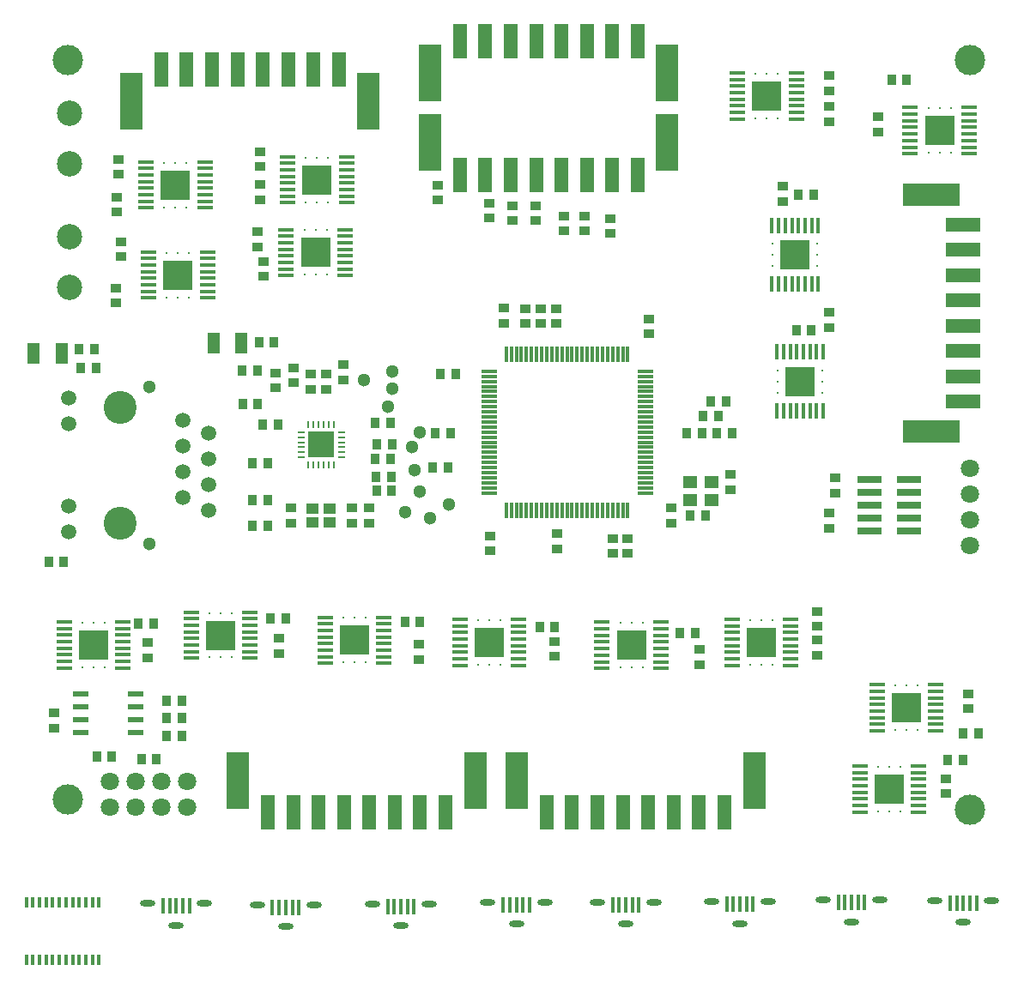
<source format=gts>
G04 #@! TF.GenerationSoftware,KiCad,Pcbnew,5.1.5-52549c5~86~ubuntu18.04.1*
G04 #@! TF.CreationDate,2020-12-28T20:35:26-08:00*
G04 #@! TF.ProjectId,GAMTP_rev02,47414d54-505f-4726-9576-30322e6b6963,rev?*
G04 #@! TF.SameCoordinates,Original*
G04 #@! TF.FileFunction,Soldermask,Top*
G04 #@! TF.FilePolarity,Negative*
%FSLAX46Y46*%
G04 Gerber Fmt 4.6, Leading zero omitted, Abs format (unit mm)*
G04 Created by KiCad (PCBNEW 5.1.5-52549c5~86~ubuntu18.04.1) date 2020-12-28 20:35:26*
%MOMM*%
%LPD*%
G04 APERTURE LIST*
%ADD10O,1.500000X0.600000*%
%ADD11R,0.450000X1.500000*%
%ADD12C,0.300000*%
%ADD13R,1.500000X0.450000*%
%ADD14R,3.000000X3.000000*%
%ADD15C,1.300000*%
%ADD16C,3.000000*%
%ADD17R,0.899160X1.000760*%
%ADD18R,1.000760X0.899160*%
%ADD19R,2.499360X2.499360*%
%ADD20O,0.800100X0.248920*%
%ADD21O,0.248920X0.800100*%
%ADD22C,1.500000*%
%ADD23C,3.250000*%
%ADD24R,1.400000X1.200000*%
%ADD25R,1.200000X1.100000*%
%ADD26C,2.500000*%
%ADD27R,0.900000X1.000000*%
%ADD28R,1.000000X0.900000*%
%ADD29C,1.800000*%
%ADD30R,1.500000X0.300000*%
%ADD31R,0.300000X1.500000*%
%ADD32R,1.550000X0.600000*%
%ADD33R,1.250000X2.000000*%
%ADD34R,1.400000X3.400000*%
%ADD35R,2.300000X5.600000*%
%ADD36R,3.400000X1.400000*%
%ADD37R,5.600000X2.300000*%
%ADD38R,2.400000X0.760000*%
%ADD39R,0.400000X1.100000*%
G04 APERTURE END LIST*
D10*
X99900000Y-141300000D03*
D11*
X102700000Y-141550000D03*
X101400000Y-141550000D03*
X102050000Y-141550000D03*
X104000000Y-141550000D03*
X103350000Y-141550000D03*
D10*
X105500000Y-141300000D03*
X102700000Y-143450000D03*
X177550000Y-141000000D03*
D11*
X180350000Y-141250000D03*
X179050000Y-141250000D03*
X179700000Y-141250000D03*
X181650000Y-141250000D03*
X181000000Y-141250000D03*
D10*
X183150000Y-141000000D03*
X180350000Y-143150000D03*
X110700000Y-141400000D03*
D11*
X113500000Y-141650000D03*
X112200000Y-141650000D03*
X112850000Y-141650000D03*
X114800000Y-141650000D03*
X114150000Y-141650000D03*
D10*
X116300000Y-141400000D03*
X113500000Y-143550000D03*
X166500000Y-140950000D03*
D11*
X169300000Y-141200000D03*
X168000000Y-141200000D03*
X168650000Y-141200000D03*
X170600000Y-141200000D03*
X169950000Y-141200000D03*
D10*
X172100000Y-140950000D03*
X169300000Y-143100000D03*
X122050000Y-141350000D03*
D11*
X124850000Y-141600000D03*
X123550000Y-141600000D03*
X124200000Y-141600000D03*
X126150000Y-141600000D03*
X125500000Y-141600000D03*
D10*
X127650000Y-141350000D03*
X124850000Y-143500000D03*
X155500000Y-141100000D03*
D11*
X158300000Y-141350000D03*
X157000000Y-141350000D03*
X157650000Y-141350000D03*
X159600000Y-141350000D03*
X158950000Y-141350000D03*
D10*
X161100000Y-141100000D03*
X158300000Y-143250000D03*
X133450000Y-141150000D03*
D11*
X136250000Y-141400000D03*
X134950000Y-141400000D03*
X135600000Y-141400000D03*
X137550000Y-141400000D03*
X136900000Y-141400000D03*
D10*
X139050000Y-141150000D03*
X136250000Y-143300000D03*
X144250000Y-141150000D03*
D11*
X147050000Y-141400000D03*
X145750000Y-141400000D03*
X146400000Y-141400000D03*
X148350000Y-141400000D03*
X147700000Y-141400000D03*
D10*
X149850000Y-141150000D03*
X147050000Y-143300000D03*
D12*
X117686000Y-69850000D03*
X115486000Y-69850000D03*
X116586000Y-69850000D03*
D13*
X119486000Y-71475000D03*
X119486000Y-72125000D03*
X119486000Y-70825000D03*
X119486000Y-70175000D03*
X119486000Y-67575000D03*
X119486000Y-68225000D03*
X119486000Y-69525000D03*
X119486000Y-68875000D03*
X113686000Y-68875000D03*
X113686000Y-69525000D03*
X113686000Y-68225000D03*
X113686000Y-67575000D03*
X113686000Y-70175000D03*
X113686000Y-70825000D03*
X113686000Y-72125000D03*
X113686000Y-71475000D03*
D12*
X116586000Y-70950000D03*
X115486000Y-70950000D03*
X117686000Y-70950000D03*
X117686000Y-68750000D03*
X115486000Y-68750000D03*
X116586000Y-68750000D03*
X116586000Y-67650000D03*
X115486000Y-67650000D03*
X117686000Y-67650000D03*
X117686000Y-72050000D03*
X115486000Y-72050000D03*
X116586000Y-72050000D03*
D14*
X116586000Y-69850000D03*
D12*
X103970000Y-79248000D03*
X101770000Y-79248000D03*
X102870000Y-79248000D03*
D13*
X105770000Y-80873000D03*
X105770000Y-81523000D03*
X105770000Y-80223000D03*
X105770000Y-79573000D03*
X105770000Y-76973000D03*
X105770000Y-77623000D03*
X105770000Y-78923000D03*
X105770000Y-78273000D03*
X99970000Y-78273000D03*
X99970000Y-78923000D03*
X99970000Y-77623000D03*
X99970000Y-76973000D03*
X99970000Y-79573000D03*
X99970000Y-80223000D03*
X99970000Y-81523000D03*
X99970000Y-80873000D03*
D12*
X102870000Y-80348000D03*
X101770000Y-80348000D03*
X103970000Y-80348000D03*
X103970000Y-78148000D03*
X101770000Y-78148000D03*
X102870000Y-78148000D03*
X102870000Y-77048000D03*
X101770000Y-77048000D03*
X103970000Y-77048000D03*
X103970000Y-81448000D03*
X101770000Y-81448000D03*
X102870000Y-81448000D03*
D14*
X102870000Y-79248000D03*
D12*
X117538000Y-77033000D03*
X115338000Y-77033000D03*
X116438000Y-77033000D03*
D13*
X119338000Y-78658000D03*
X119338000Y-79308000D03*
X119338000Y-78008000D03*
X119338000Y-77358000D03*
X119338000Y-74758000D03*
X119338000Y-75408000D03*
X119338000Y-76708000D03*
X119338000Y-76058000D03*
X113538000Y-76058000D03*
X113538000Y-76708000D03*
X113538000Y-75408000D03*
X113538000Y-74758000D03*
X113538000Y-77358000D03*
X113538000Y-78008000D03*
X113538000Y-79308000D03*
X113538000Y-78658000D03*
D12*
X116438000Y-78133000D03*
X115338000Y-78133000D03*
X117538000Y-78133000D03*
X117538000Y-75933000D03*
X115338000Y-75933000D03*
X116438000Y-75933000D03*
X116438000Y-74833000D03*
X115338000Y-74833000D03*
X117538000Y-74833000D03*
X117538000Y-79233000D03*
X115338000Y-79233000D03*
X116438000Y-79233000D03*
D14*
X116438000Y-77033000D03*
D12*
X103716000Y-70358000D03*
X101516000Y-70358000D03*
X102616000Y-70358000D03*
D13*
X105516000Y-71983000D03*
X105516000Y-72633000D03*
X105516000Y-71333000D03*
X105516000Y-70683000D03*
X105516000Y-68083000D03*
X105516000Y-68733000D03*
X105516000Y-70033000D03*
X105516000Y-69383000D03*
X99716000Y-69383000D03*
X99716000Y-70033000D03*
X99716000Y-68733000D03*
X99716000Y-68083000D03*
X99716000Y-70683000D03*
X99716000Y-71333000D03*
X99716000Y-72633000D03*
X99716000Y-71983000D03*
D12*
X102616000Y-71458000D03*
X101516000Y-71458000D03*
X103716000Y-71458000D03*
X103716000Y-69258000D03*
X101516000Y-69258000D03*
X102616000Y-69258000D03*
X102616000Y-68158000D03*
X101516000Y-68158000D03*
X103716000Y-68158000D03*
X103716000Y-72558000D03*
X101516000Y-72558000D03*
X102616000Y-72558000D03*
D14*
X102616000Y-70358000D03*
D12*
X164250000Y-90850000D03*
X164250000Y-88650000D03*
X164250000Y-89750000D03*
D11*
X162625000Y-92650000D03*
X161975000Y-92650000D03*
X163275000Y-92650000D03*
X163925000Y-92650000D03*
X166525000Y-92650000D03*
X165875000Y-92650000D03*
X164575000Y-92650000D03*
X165225000Y-92650000D03*
X165225000Y-86850000D03*
X164575000Y-86850000D03*
X165875000Y-86850000D03*
X166525000Y-86850000D03*
X163925000Y-86850000D03*
X163275000Y-86850000D03*
X161975000Y-86850000D03*
X162625000Y-86850000D03*
D12*
X163150000Y-89750000D03*
X163150000Y-88650000D03*
X163150000Y-90850000D03*
X165350000Y-90850000D03*
X165350000Y-88650000D03*
X165350000Y-89750000D03*
X166450000Y-89750000D03*
X166450000Y-88650000D03*
X166450000Y-90850000D03*
X162050000Y-90850000D03*
X162050000Y-88650000D03*
X162050000Y-89750000D03*
D14*
X164250000Y-89750000D03*
D12*
X163750000Y-78350000D03*
X163750000Y-76150000D03*
X163750000Y-77250000D03*
D11*
X162125000Y-80150000D03*
X161475000Y-80150000D03*
X162775000Y-80150000D03*
X163425000Y-80150000D03*
X166025000Y-80150000D03*
X165375000Y-80150000D03*
X164075000Y-80150000D03*
X164725000Y-80150000D03*
X164725000Y-74350000D03*
X164075000Y-74350000D03*
X165375000Y-74350000D03*
X166025000Y-74350000D03*
X163425000Y-74350000D03*
X162775000Y-74350000D03*
X161475000Y-74350000D03*
X162125000Y-74350000D03*
D12*
X162650000Y-77250000D03*
X162650000Y-76150000D03*
X162650000Y-78350000D03*
X164850000Y-78350000D03*
X164850000Y-76150000D03*
X164850000Y-77250000D03*
X165950000Y-77250000D03*
X165950000Y-76150000D03*
X165950000Y-78350000D03*
X161550000Y-78350000D03*
X161550000Y-76150000D03*
X161550000Y-77250000D03*
D14*
X163750000Y-77250000D03*
D12*
X179100000Y-65000000D03*
X176900000Y-65000000D03*
X178000000Y-65000000D03*
D13*
X180900000Y-66625000D03*
X180900000Y-67275000D03*
X180900000Y-65975000D03*
X180900000Y-65325000D03*
X180900000Y-62725000D03*
X180900000Y-63375000D03*
X180900000Y-64675000D03*
X180900000Y-64025000D03*
X175100000Y-64025000D03*
X175100000Y-64675000D03*
X175100000Y-63375000D03*
X175100000Y-62725000D03*
X175100000Y-65325000D03*
X175100000Y-65975000D03*
X175100000Y-67275000D03*
X175100000Y-66625000D03*
D12*
X178000000Y-66100000D03*
X176900000Y-66100000D03*
X179100000Y-66100000D03*
X179100000Y-63900000D03*
X176900000Y-63900000D03*
X178000000Y-63900000D03*
X178000000Y-62800000D03*
X176900000Y-62800000D03*
X179100000Y-62800000D03*
X179100000Y-67200000D03*
X176900000Y-67200000D03*
X178000000Y-67200000D03*
D14*
X178000000Y-65000000D03*
D12*
X159850000Y-61570000D03*
X162050000Y-61570000D03*
X160950000Y-61570000D03*
D13*
X158050000Y-59945000D03*
X158050000Y-59295000D03*
X158050000Y-60595000D03*
X158050000Y-61245000D03*
X158050000Y-63845000D03*
X158050000Y-63195000D03*
X158050000Y-61895000D03*
X158050000Y-62545000D03*
X163850000Y-62545000D03*
X163850000Y-61895000D03*
X163850000Y-63195000D03*
X163850000Y-63845000D03*
X163850000Y-61245000D03*
X163850000Y-60595000D03*
X163850000Y-59295000D03*
X163850000Y-59945000D03*
D12*
X160950000Y-60470000D03*
X162050000Y-60470000D03*
X159850000Y-60470000D03*
X159850000Y-62670000D03*
X162050000Y-62670000D03*
X160950000Y-62670000D03*
X160950000Y-63770000D03*
X162050000Y-63770000D03*
X159850000Y-63770000D03*
X159850000Y-59370000D03*
X162050000Y-59370000D03*
X160950000Y-59370000D03*
D14*
X160950000Y-61570000D03*
D12*
X146500000Y-115800000D03*
X148700000Y-115800000D03*
X147600000Y-115800000D03*
D13*
X144700000Y-114175000D03*
X144700000Y-113525000D03*
X144700000Y-114825000D03*
X144700000Y-115475000D03*
X144700000Y-118075000D03*
X144700000Y-117425000D03*
X144700000Y-116125000D03*
X144700000Y-116775000D03*
X150500000Y-116775000D03*
X150500000Y-116125000D03*
X150500000Y-117425000D03*
X150500000Y-118075000D03*
X150500000Y-115475000D03*
X150500000Y-114825000D03*
X150500000Y-113525000D03*
X150500000Y-114175000D03*
D12*
X147600000Y-114700000D03*
X148700000Y-114700000D03*
X146500000Y-114700000D03*
X146500000Y-116900000D03*
X148700000Y-116900000D03*
X147600000Y-116900000D03*
X147600000Y-118000000D03*
X148700000Y-118000000D03*
X146500000Y-118000000D03*
X146500000Y-113600000D03*
X148700000Y-113600000D03*
X147600000Y-113600000D03*
D14*
X147600000Y-115800000D03*
D12*
X159300000Y-115500000D03*
X161500000Y-115500000D03*
X160400000Y-115500000D03*
D13*
X157500000Y-113875000D03*
X157500000Y-113225000D03*
X157500000Y-114525000D03*
X157500000Y-115175000D03*
X157500000Y-117775000D03*
X157500000Y-117125000D03*
X157500000Y-115825000D03*
X157500000Y-116475000D03*
X163300000Y-116475000D03*
X163300000Y-115825000D03*
X163300000Y-117125000D03*
X163300000Y-117775000D03*
X163300000Y-115175000D03*
X163300000Y-114525000D03*
X163300000Y-113225000D03*
X163300000Y-113875000D03*
D12*
X160400000Y-114400000D03*
X161500000Y-114400000D03*
X159300000Y-114400000D03*
X159300000Y-116600000D03*
X161500000Y-116600000D03*
X160400000Y-116600000D03*
X160400000Y-117700000D03*
X161500000Y-117700000D03*
X159300000Y-117700000D03*
X159300000Y-113300000D03*
X161500000Y-113300000D03*
X160400000Y-113300000D03*
D14*
X160400000Y-115500000D03*
D12*
X171925000Y-129975000D03*
X174125000Y-129975000D03*
X173025000Y-129975000D03*
D13*
X170125000Y-128350000D03*
X170125000Y-127700000D03*
X170125000Y-129000000D03*
X170125000Y-129650000D03*
X170125000Y-132250000D03*
X170125000Y-131600000D03*
X170125000Y-130300000D03*
X170125000Y-130950000D03*
X175925000Y-130950000D03*
X175925000Y-130300000D03*
X175925000Y-131600000D03*
X175925000Y-132250000D03*
X175925000Y-129650000D03*
X175925000Y-129000000D03*
X175925000Y-127700000D03*
X175925000Y-128350000D03*
D12*
X173025000Y-128875000D03*
X174125000Y-128875000D03*
X171925000Y-128875000D03*
X171925000Y-131075000D03*
X174125000Y-131075000D03*
X173025000Y-131075000D03*
X173025000Y-132175000D03*
X174125000Y-132175000D03*
X171925000Y-132175000D03*
X171925000Y-127775000D03*
X174125000Y-127775000D03*
X173025000Y-127775000D03*
D14*
X173025000Y-129975000D03*
D12*
X173610000Y-121960000D03*
X175810000Y-121960000D03*
X174710000Y-121960000D03*
D13*
X171810000Y-120335000D03*
X171810000Y-119685000D03*
X171810000Y-120985000D03*
X171810000Y-121635000D03*
X171810000Y-124235000D03*
X171810000Y-123585000D03*
X171810000Y-122285000D03*
X171810000Y-122935000D03*
X177610000Y-122935000D03*
X177610000Y-122285000D03*
X177610000Y-123585000D03*
X177610000Y-124235000D03*
X177610000Y-121635000D03*
X177610000Y-120985000D03*
X177610000Y-119685000D03*
X177610000Y-120335000D03*
D12*
X174710000Y-120860000D03*
X175810000Y-120860000D03*
X173610000Y-120860000D03*
X173610000Y-123060000D03*
X175810000Y-123060000D03*
X174710000Y-123060000D03*
X174710000Y-124160000D03*
X175810000Y-124160000D03*
X173610000Y-124160000D03*
X173610000Y-119760000D03*
X175810000Y-119760000D03*
X174710000Y-119760000D03*
D14*
X174710000Y-121960000D03*
D12*
X106000000Y-114800000D03*
X108200000Y-114800000D03*
X107100000Y-114800000D03*
D13*
X104200000Y-113175000D03*
X104200000Y-112525000D03*
X104200000Y-113825000D03*
X104200000Y-114475000D03*
X104200000Y-117075000D03*
X104200000Y-116425000D03*
X104200000Y-115125000D03*
X104200000Y-115775000D03*
X110000000Y-115775000D03*
X110000000Y-115125000D03*
X110000000Y-116425000D03*
X110000000Y-117075000D03*
X110000000Y-114475000D03*
X110000000Y-113825000D03*
X110000000Y-112525000D03*
X110000000Y-113175000D03*
D12*
X107100000Y-113700000D03*
X108200000Y-113700000D03*
X106000000Y-113700000D03*
X106000000Y-115900000D03*
X108200000Y-115900000D03*
X107100000Y-115900000D03*
X107100000Y-117000000D03*
X108200000Y-117000000D03*
X106000000Y-117000000D03*
X106000000Y-112600000D03*
X108200000Y-112600000D03*
X107100000Y-112600000D03*
D14*
X107100000Y-114800000D03*
D12*
X119200000Y-115300000D03*
X121400000Y-115300000D03*
X120300000Y-115300000D03*
D13*
X117400000Y-113675000D03*
X117400000Y-113025000D03*
X117400000Y-114325000D03*
X117400000Y-114975000D03*
X117400000Y-117575000D03*
X117400000Y-116925000D03*
X117400000Y-115625000D03*
X117400000Y-116275000D03*
X123200000Y-116275000D03*
X123200000Y-115625000D03*
X123200000Y-116925000D03*
X123200000Y-117575000D03*
X123200000Y-114975000D03*
X123200000Y-114325000D03*
X123200000Y-113025000D03*
X123200000Y-113675000D03*
D12*
X120300000Y-114200000D03*
X121400000Y-114200000D03*
X119200000Y-114200000D03*
X119200000Y-116400000D03*
X121400000Y-116400000D03*
X120300000Y-116400000D03*
X120300000Y-117500000D03*
X121400000Y-117500000D03*
X119200000Y-117500000D03*
X119200000Y-113100000D03*
X121400000Y-113100000D03*
X120300000Y-113100000D03*
D14*
X120300000Y-115300000D03*
D12*
X132500000Y-115500000D03*
X134700000Y-115500000D03*
X133600000Y-115500000D03*
D13*
X130700000Y-113875000D03*
X130700000Y-113225000D03*
X130700000Y-114525000D03*
X130700000Y-115175000D03*
X130700000Y-117775000D03*
X130700000Y-117125000D03*
X130700000Y-115825000D03*
X130700000Y-116475000D03*
X136500000Y-116475000D03*
X136500000Y-115825000D03*
X136500000Y-117125000D03*
X136500000Y-117775000D03*
X136500000Y-115175000D03*
X136500000Y-114525000D03*
X136500000Y-113225000D03*
X136500000Y-113875000D03*
D12*
X133600000Y-114400000D03*
X134700000Y-114400000D03*
X132500000Y-114400000D03*
X132500000Y-116600000D03*
X134700000Y-116600000D03*
X133600000Y-116600000D03*
X133600000Y-117700000D03*
X134700000Y-117700000D03*
X132500000Y-117700000D03*
X132500000Y-113300000D03*
X134700000Y-113300000D03*
X133600000Y-113300000D03*
D14*
X133600000Y-115500000D03*
D12*
X93430000Y-115760000D03*
X95630000Y-115760000D03*
X94530000Y-115760000D03*
D13*
X91630000Y-114135000D03*
X91630000Y-113485000D03*
X91630000Y-114785000D03*
X91630000Y-115435000D03*
X91630000Y-118035000D03*
X91630000Y-117385000D03*
X91630000Y-116085000D03*
X91630000Y-116735000D03*
X97430000Y-116735000D03*
X97430000Y-116085000D03*
X97430000Y-117385000D03*
X97430000Y-118035000D03*
X97430000Y-115435000D03*
X97430000Y-114785000D03*
X97430000Y-113485000D03*
X97430000Y-114135000D03*
D12*
X94530000Y-114660000D03*
X95630000Y-114660000D03*
X93430000Y-114660000D03*
X93430000Y-116860000D03*
X95630000Y-116860000D03*
X94530000Y-116860000D03*
X94530000Y-117960000D03*
X95630000Y-117960000D03*
X93430000Y-117960000D03*
X93430000Y-113560000D03*
X95630000Y-113560000D03*
X94530000Y-113560000D03*
D14*
X94530000Y-115760000D03*
D15*
X126250000Y-98500000D03*
X126710000Y-100580000D03*
X121250000Y-89600000D03*
X129575000Y-101875000D03*
X123600000Y-92250000D03*
X127750000Y-103250000D03*
X125300000Y-102650000D03*
X126750000Y-94750000D03*
X124000000Y-90500000D03*
X124000000Y-88750000D03*
X126000000Y-96250000D03*
D16*
X92000000Y-131000000D03*
X92000000Y-58000000D03*
X181000000Y-132000000D03*
X181000000Y-58000000D03*
D17*
X156151840Y-93200000D03*
X154648160Y-93200000D03*
D18*
X140208000Y-84063840D03*
X140208000Y-82560160D03*
X112522000Y-90413840D03*
X112522000Y-88910160D03*
X145800000Y-106751840D03*
X145800000Y-105248160D03*
X147200000Y-106751840D03*
X147200000Y-105248160D03*
D17*
X103251840Y-124750000D03*
X101748160Y-124750000D03*
D18*
X167100000Y-104251840D03*
X167100000Y-102748160D03*
D17*
X103251840Y-121250000D03*
X101748160Y-121250000D03*
X103251840Y-123000000D03*
X101748160Y-123000000D03*
X123801840Y-93850000D03*
X122298160Y-93850000D03*
X123951840Y-100570000D03*
X122448160Y-100570000D03*
X124001840Y-96000000D03*
X122498160Y-96000000D03*
D18*
X121750000Y-103751840D03*
X121750000Y-102248160D03*
X115950000Y-90501840D03*
X115950000Y-88998160D03*
D17*
X129501840Y-98250000D03*
X127998160Y-98250000D03*
D18*
X117500000Y-90501840D03*
X117500000Y-88998160D03*
D17*
X90118160Y-107560000D03*
X91621840Y-107560000D03*
X94811840Y-88440000D03*
X93308160Y-88440000D03*
X94641840Y-86550000D03*
X93138160Y-86550000D03*
X100751840Y-127000000D03*
X99248160Y-127000000D03*
X112351840Y-85900000D03*
X110848160Y-85900000D03*
D19*
X117000000Y-96000000D03*
D20*
X115001020Y-94750320D03*
X115001020Y-95250700D03*
X115001020Y-95751080D03*
X115001020Y-96248920D03*
X115001020Y-96749300D03*
X115001020Y-97249680D03*
D21*
X115750320Y-97998980D03*
X116250700Y-97998980D03*
X116751080Y-97998980D03*
X117248920Y-97998980D03*
X117749300Y-97998980D03*
X118249680Y-97998980D03*
D20*
X118998980Y-97249680D03*
X118998980Y-96749300D03*
X118998980Y-96248920D03*
X118998980Y-95751080D03*
X118998980Y-95250700D03*
X118998980Y-94750320D03*
D21*
X118249680Y-94001020D03*
X117749300Y-94001020D03*
X117248920Y-94001020D03*
X116751080Y-94001020D03*
X116250700Y-94001020D03*
X115750320Y-94001020D03*
D22*
X92100000Y-91375000D03*
X92100000Y-93915000D03*
X92100000Y-102085000D03*
X92100000Y-104625000D03*
X103350000Y-93560000D03*
X103350000Y-98630000D03*
X103350000Y-96100000D03*
X103350000Y-101170000D03*
X105890000Y-94820000D03*
X105890000Y-99900000D03*
X105890000Y-97360000D03*
D23*
X97132080Y-103715000D03*
X97132080Y-92285000D03*
D15*
X100050000Y-90255000D03*
X100050000Y-105745000D03*
D22*
X105890000Y-102440000D03*
D24*
X155550000Y-99725000D03*
X153350000Y-99725000D03*
X155550000Y-101425000D03*
X153350000Y-101425000D03*
D25*
X116150000Y-103700000D03*
X117850000Y-103700000D03*
X116150000Y-102300000D03*
X117850000Y-102300000D03*
D17*
X110248160Y-104000000D03*
X111751840Y-104000000D03*
D26*
X92202000Y-75478000D03*
X92202000Y-80478000D03*
D17*
X128248160Y-94900000D03*
D27*
X129751840Y-94900000D03*
D17*
X128748160Y-89000000D03*
D27*
X130251840Y-89000000D03*
D17*
X157551840Y-94900000D03*
D27*
X156048160Y-94900000D03*
D18*
X133650000Y-104998160D03*
D28*
X133650000Y-106501840D03*
D17*
X153048160Y-94900000D03*
D27*
X154551840Y-94900000D03*
D17*
X156951840Y-91700000D03*
D27*
X155448160Y-91700000D03*
D18*
X140250000Y-104748160D03*
D28*
X140250000Y-106251840D03*
D18*
X137160000Y-82560160D03*
D28*
X137160000Y-84063840D03*
D18*
X151500000Y-103751840D03*
D28*
X151500000Y-102248160D03*
D18*
X138684000Y-82560160D03*
D28*
X138684000Y-84063840D03*
D18*
X157350000Y-100426840D03*
D28*
X157350000Y-98923160D03*
D17*
X154901840Y-103025000D03*
D27*
X153398160Y-103025000D03*
D18*
X99900000Y-117001840D03*
D28*
X99900000Y-115498160D03*
D17*
X98948160Y-113650000D03*
D27*
X100451840Y-113650000D03*
D18*
X110998000Y-67066160D03*
D28*
X110998000Y-68569840D03*
D18*
X110740000Y-74958160D03*
D28*
X110740000Y-76461840D03*
D18*
X110998000Y-70348160D03*
D28*
X110998000Y-71851840D03*
D18*
X111350000Y-77898160D03*
D28*
X111350000Y-79401840D03*
D18*
X96820000Y-71548160D03*
D28*
X96820000Y-73051840D03*
D18*
X96774000Y-80528160D03*
D28*
X96774000Y-82031840D03*
D18*
X97028000Y-69331840D03*
D28*
X97028000Y-67828160D03*
D18*
X97282000Y-77459840D03*
D28*
X97282000Y-75956160D03*
D17*
X165371840Y-84720000D03*
D27*
X163868160Y-84720000D03*
D17*
X165551840Y-71300000D03*
D27*
X164048160Y-71300000D03*
D18*
X167100000Y-82948160D03*
D28*
X167100000Y-84451840D03*
D18*
X162500000Y-72001840D03*
D28*
X162500000Y-70498160D03*
D18*
X171900000Y-63638160D03*
D28*
X171900000Y-65141840D03*
D18*
X167150000Y-64111840D03*
D28*
X167150000Y-62608160D03*
D17*
X173248160Y-60000000D03*
D27*
X174751840Y-60000000D03*
D18*
X167130000Y-59558160D03*
D28*
X167130000Y-61061840D03*
D18*
X154300000Y-117701840D03*
D28*
X154300000Y-116198160D03*
D18*
X165900000Y-116751840D03*
D28*
X165900000Y-115248160D03*
D17*
X152398160Y-114550000D03*
D27*
X153901840Y-114550000D03*
D18*
X165900000Y-112448160D03*
D28*
X165900000Y-113951840D03*
D18*
X178660000Y-130461840D03*
D28*
X178660000Y-128958160D03*
D18*
X180830000Y-122071840D03*
D28*
X180830000Y-120568160D03*
D17*
X178818160Y-127160000D03*
D27*
X180321840Y-127160000D03*
D17*
X181851840Y-124510000D03*
D27*
X180348160Y-124510000D03*
D18*
X112800000Y-116601840D03*
D28*
X112800000Y-115098160D03*
D18*
X126600000Y-117201840D03*
D28*
X126600000Y-115698160D03*
D18*
X140050000Y-116901840D03*
D28*
X140050000Y-115398160D03*
D17*
X111998160Y-113150000D03*
D27*
X113501840Y-113150000D03*
D17*
X125248160Y-113450000D03*
D27*
X126751840Y-113450000D03*
D17*
X138548160Y-114000000D03*
D27*
X140051840Y-114000000D03*
D18*
X114300000Y-88402160D03*
D28*
X114300000Y-89905840D03*
D17*
X110733840Y-88646000D03*
D27*
X109230160Y-88646000D03*
D17*
X123921840Y-99160000D03*
D27*
X122418160Y-99160000D03*
D17*
X111248160Y-94000000D03*
D27*
X112751840Y-94000000D03*
D18*
X114000000Y-102248160D03*
D28*
X114000000Y-103751840D03*
D17*
X110751840Y-92000000D03*
D27*
X109248160Y-92000000D03*
D17*
X123851840Y-97425000D03*
D27*
X122348160Y-97425000D03*
D18*
X120000000Y-103751840D03*
D28*
X120000000Y-102248160D03*
D18*
X119190000Y-88088160D03*
D28*
X119190000Y-89591840D03*
D17*
X111751840Y-97800000D03*
D27*
X110248160Y-97800000D03*
D17*
X110248160Y-101500000D03*
D27*
X111751840Y-101500000D03*
D29*
X181000000Y-105950000D03*
X181000000Y-103410000D03*
X181000000Y-98340160D03*
X181000000Y-100880160D03*
X101270000Y-131770000D03*
X103810000Y-131770000D03*
X98730000Y-131770000D03*
X96190000Y-131770000D03*
X96190000Y-129230000D03*
X98730000Y-129230000D03*
X103810000Y-129230000D03*
X101270000Y-129230000D03*
D17*
X96351840Y-126800000D03*
X94848160Y-126800000D03*
D18*
X90650000Y-123951840D03*
X90650000Y-122448160D03*
X149352000Y-83576160D03*
X149352000Y-85079840D03*
X145542000Y-75173840D03*
X145542000Y-73670160D03*
X143002000Y-74919840D03*
X143002000Y-73416160D03*
X140970000Y-74919840D03*
X140970000Y-73416160D03*
X138176000Y-73903840D03*
X138176000Y-72400160D03*
X167670000Y-99248160D03*
X167670000Y-100751840D03*
D30*
X148950000Y-92750000D03*
X148950000Y-92250000D03*
X148950000Y-91750000D03*
X148950000Y-90750000D03*
X148950000Y-91250000D03*
X148950000Y-89250000D03*
X148950000Y-88750000D03*
X148950000Y-89750000D03*
X148950000Y-90250000D03*
D31*
X135750000Y-102450000D03*
X135250000Y-102450000D03*
X138750000Y-102450000D03*
X138250000Y-102450000D03*
X139250000Y-102450000D03*
X137250000Y-102450000D03*
X137750000Y-102450000D03*
X136250000Y-102450000D03*
X136750000Y-102450000D03*
D30*
X133550000Y-97250000D03*
X133550000Y-97750000D03*
X133550000Y-96750000D03*
X133550000Y-98250000D03*
X133550000Y-98750000D03*
X133550000Y-100750000D03*
X133550000Y-100250000D03*
X133550000Y-99750000D03*
X133550000Y-99250000D03*
D31*
X137250000Y-87050000D03*
X138750000Y-87050000D03*
X139250000Y-87050000D03*
X138250000Y-87050000D03*
X137750000Y-87050000D03*
X135750000Y-87050000D03*
X136250000Y-87050000D03*
X136750000Y-87050000D03*
X135250000Y-87050000D03*
D30*
X148950000Y-94750000D03*
X148950000Y-94250000D03*
X148950000Y-93250000D03*
X148950000Y-93750000D03*
D31*
X140250000Y-102450000D03*
X139750000Y-102450000D03*
X141250000Y-102450000D03*
X140750000Y-102450000D03*
D30*
X133550000Y-94750000D03*
X133550000Y-95250000D03*
X133550000Y-95750000D03*
X133550000Y-96250000D03*
D31*
X139750000Y-87050000D03*
X141250000Y-87050000D03*
X140750000Y-87050000D03*
X140250000Y-87050000D03*
D30*
X148950000Y-95750000D03*
X148950000Y-95250000D03*
X148950000Y-96250000D03*
X148950000Y-96750000D03*
D31*
X144250000Y-102450000D03*
X144750000Y-102450000D03*
X145750000Y-102450000D03*
X145250000Y-102450000D03*
X142750000Y-102450000D03*
X143750000Y-102450000D03*
X143250000Y-102450000D03*
X141750000Y-102450000D03*
X142250000Y-102450000D03*
D30*
X133550000Y-94250000D03*
X133550000Y-93750000D03*
D31*
X142250000Y-87050000D03*
X142750000Y-87050000D03*
X143750000Y-87050000D03*
X143250000Y-87050000D03*
X144750000Y-87050000D03*
X145250000Y-87050000D03*
X144250000Y-87050000D03*
X146750000Y-87050000D03*
X147250000Y-87050000D03*
X146250000Y-87050000D03*
X145750000Y-87050000D03*
D30*
X148950000Y-97250000D03*
X148950000Y-97750000D03*
X148950000Y-98750000D03*
X148950000Y-98250000D03*
X148950000Y-99750000D03*
X148950000Y-100250000D03*
X148950000Y-99250000D03*
D31*
X146750000Y-102450000D03*
X146250000Y-102450000D03*
X147250000Y-102450000D03*
D30*
X148950000Y-100750000D03*
X133550000Y-91750000D03*
X133550000Y-92250000D03*
X133550000Y-93250000D03*
X133550000Y-92750000D03*
X133550000Y-90250000D03*
X133550000Y-91250000D03*
X133550000Y-90750000D03*
X133550000Y-89250000D03*
X133550000Y-89750000D03*
X133550000Y-88750000D03*
D31*
X141750000Y-87050000D03*
D32*
X98700000Y-124405000D03*
X98700000Y-123135000D03*
X98700000Y-121865000D03*
X98700000Y-120595000D03*
X93300000Y-120595000D03*
X93300000Y-121865000D03*
X93300000Y-123135000D03*
X93300000Y-124405000D03*
D18*
X135000000Y-82498160D03*
D28*
X135000000Y-84001840D03*
D33*
X88625000Y-87000000D03*
X91375000Y-87000000D03*
X106375000Y-85950000D03*
X109125000Y-85950000D03*
D34*
X118732000Y-58922000D03*
X116232000Y-58922000D03*
X113732000Y-58922000D03*
X101232000Y-58922000D03*
X106232000Y-58922000D03*
X103732000Y-58922000D03*
D35*
X121682000Y-62072000D03*
D34*
X108732000Y-58922000D03*
X111232000Y-58922000D03*
D35*
X98282000Y-62072000D03*
D34*
X111750000Y-132300000D03*
X114250000Y-132300000D03*
X116750000Y-132300000D03*
X129250000Y-132300000D03*
X124250000Y-132300000D03*
X126750000Y-132300000D03*
D35*
X108800000Y-129150000D03*
D34*
X121750000Y-132300000D03*
X119250000Y-132300000D03*
D35*
X132200000Y-129150000D03*
D36*
X180300000Y-91750000D03*
X180300000Y-89250000D03*
X180300000Y-86750000D03*
X180300000Y-74250000D03*
X180300000Y-79250000D03*
X180300000Y-76750000D03*
D37*
X177150000Y-94700000D03*
D36*
X180300000Y-81750000D03*
X180300000Y-84250000D03*
D37*
X177150000Y-71300000D03*
D34*
X139250000Y-132300000D03*
X141750000Y-132300000D03*
X144250000Y-132300000D03*
X156750000Y-132300000D03*
X151750000Y-132300000D03*
X154250000Y-132300000D03*
D35*
X136300000Y-129150000D03*
D34*
X149250000Y-132300000D03*
X146750000Y-132300000D03*
D35*
X159700000Y-129150000D03*
D38*
X171120000Y-100730000D03*
X171120000Y-99460000D03*
X175020000Y-99460000D03*
X175020000Y-100730000D03*
X175020000Y-104540000D03*
X175020000Y-103270000D03*
X175020000Y-102000000D03*
X171120000Y-102000000D03*
X171120000Y-103270000D03*
X171120000Y-104540000D03*
D26*
X92202000Y-68286000D03*
X92202000Y-63286000D03*
D34*
X148196000Y-56128000D03*
X145696000Y-56128000D03*
X143196000Y-56128000D03*
X130696000Y-56128000D03*
X135696000Y-56128000D03*
X133196000Y-56128000D03*
D35*
X151146000Y-59278000D03*
D34*
X138196000Y-56128000D03*
X140696000Y-56128000D03*
D35*
X127746000Y-59278000D03*
X151146000Y-66198000D03*
D34*
X138196000Y-69348000D03*
X140696000Y-69348000D03*
D35*
X127746000Y-66198000D03*
D34*
X145696000Y-69348000D03*
X143196000Y-69348000D03*
X148196000Y-69348000D03*
X135696000Y-69348000D03*
X133196000Y-69348000D03*
X130696000Y-69348000D03*
D18*
X135890000Y-72400160D03*
X135890000Y-73903840D03*
X133604000Y-73649840D03*
X133604000Y-72146160D03*
X128524000Y-71871840D03*
X128524000Y-70368160D03*
D39*
X87925000Y-146850000D03*
X88575000Y-146850000D03*
X89225000Y-146850000D03*
X89875000Y-146850000D03*
X90525000Y-146850000D03*
X91175000Y-146850000D03*
X91825000Y-146850000D03*
X92475000Y-146850000D03*
X93125000Y-146850000D03*
X93775000Y-146850000D03*
X94425000Y-146850000D03*
X95075000Y-146850000D03*
X95075000Y-141150000D03*
X94425000Y-141150000D03*
X93775000Y-141150000D03*
X93125000Y-141150000D03*
X92475000Y-141150000D03*
X91825000Y-141150000D03*
X91175000Y-141150000D03*
X90525000Y-141150000D03*
X89875000Y-141150000D03*
X89225000Y-141150000D03*
X88575000Y-141150000D03*
X87925000Y-141150000D03*
M02*

</source>
